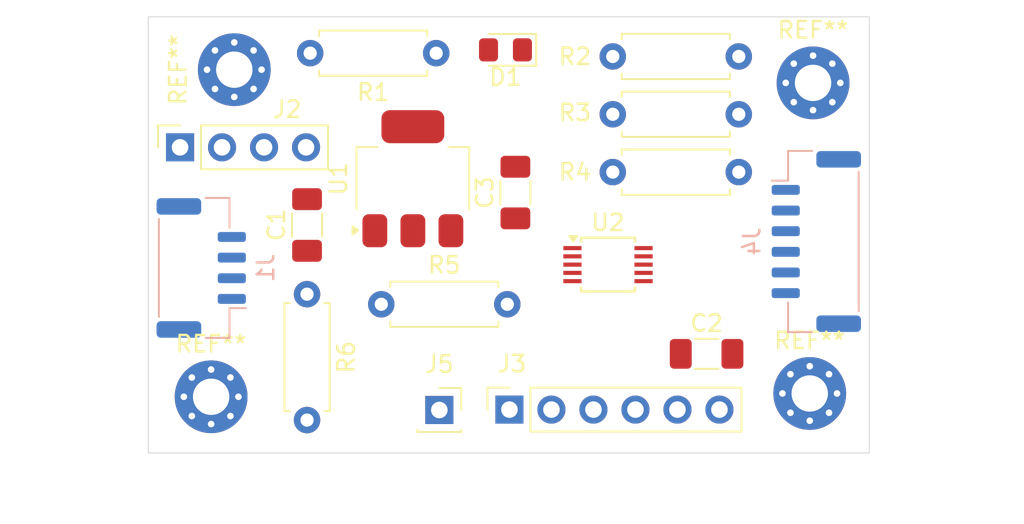
<source format=kicad_pcb>
(kicad_pcb (version 20240108) (generator "pcbnew") (generator_version "8.0")
  (layers (0 "F.Cu" signal) (31 "B.Cu" signal) (34 "B.Paste" user) (35 "F.Paste" user) (36 "B.SilkS" user "B.Silkscreen") (37 "F.SilkS" user "F.Silkscreen") (38 "B.Mask" user) (39 "F.Mask" user) (44 "Edge.Cuts" user))
  (net 0 "")
  (net 1 "GND")
  (net 2 "Net-(J1-Pin_2)")
  (net 3 "Net-(J3-Pin_2)")
  (net 4 "Net-(D1-A)")
  (net 5 "Net-(J1-Pin_3)")
  (net 6 "Net-(J1-Pin_4)")
  (net 7 "Net-(J3-Pin_4)")
  (net 8 "Net-(J3-Pin_3)")
  (net 9 "Net-(J3-Pin_6)")
  (net 10 "Net-(J3-Pin_5)")
  (net 11 "Net-(J3-Pin_1)")
  (net 12 "Net-(J5-Pin_1)")
  (net 13 "/only one resistor needed")
  (net 14 "Net-(U1-GND)")
  (footprint "Package_TO_SOT_SMD:SOT-223-3_TabPin2" (layer "F.Cu") (at 120.6 77.4 90)
    (property "Reference" "U1" (at 0 -4.5 -90) (layer "F.SilkS"))
    (property "Value" "AMS1117-3.3")
    (fp_line (start 1.91 -3.41) (end 1.91 -2.15) (stroke (width 0.12)) (layer "F.SilkS"))
    (fp_line (start -1.85 -3.41) (end 1.91 -3.41) (stroke (width 0.12)) (layer "F.SilkS"))
    (fp_line (start 1.91 3.41) (end 1.91 2.15) (stroke (width 0.12)) (layer "F.SilkS"))
    (fp_line (start -1.85 3.41) (end 1.91 3.41) (stroke (width 0.12)) (layer "F.SilkS"))
    (fp_poly (pts (xy -3.13 -3.31) (xy -3.37 -3.64) (xy -2.89 -3.64) (xy -3.13 -3.31)) (stroke (width 0.12)) (fill solid) (layer "F.SilkS"))
    (pad "1" smd roundrect (at -3.15 -2.3 90) (size 2 1.5) (layers "F.Cu" "F.Paste" "F.Mask") (net 14 "Net-(U1-GND)"))
    (pad "2" smd roundrect (at -3.15 0 90) (size 2 1.5) (layers "F.Cu" "F.Paste" "F.Mask") (net 3 "Net-(J3-Pin_2)"))
    (pad "2" smd roundrect (at 3.15 0 90) (size 2 3.8) (layers "F.Cu" "F.Paste" "F.Mask") (net 3 "Net-(J3-Pin_2)"))
    (pad "3" smd roundrect (at -3.15 2.3 90) (size 2 1.5) (layers "F.Cu" "F.Paste" "F.Mask") (net 2 "Net-(J1-Pin_2)"))
  )
  (footprint "MountingHole:MountingHole_2.2mm_M2_Pad_Via" (layer "F.Cu") (at 144.8 71.6)
    (property "Reference" "REF**" (at 0 -3.2 0) (layer "F.SilkS"))
    (property "Value" "MountingHole_2.2mm_M2_Pad_Via")
    (pad "1" thru_hole circle (at -1.65 0) (size 0.7 0.7) (drill 0.4) (layers "*.Cu" "*.Mask"))
    (pad "1" thru_hole circle (at -1.166726 -1.166726) (size 0.7 0.7) (drill 0.4) (layers "*.Cu" "*.Mask"))
    (pad "1" thru_hole circle (at -1.166726 1.166726) (size 0.7 0.7) (drill 0.4) (layers "*.Cu" "*.Mask"))
    (pad "1" thru_hole circle (at 0 -1.65) (size 0.7 0.7) (drill 0.4) (layers "*.Cu" "*.Mask"))
    (pad "1" thru_hole circle (at 0 0) (size 4.4 4.4) (drill 2.2) (layers "*.Cu" "*.Mask"))
    (pad "1" thru_hole circle (at 0 1.65) (size 0.7 0.7) (drill 0.4) (layers "*.Cu" "*.Mask"))
    (pad "1" thru_hole circle (at 1.166726 -1.166726) (size 0.7 0.7) (drill 0.4) (layers "*.Cu" "*.Mask"))
    (pad "1" thru_hole circle (at 1.166726 1.166726) (size 0.7 0.7) (drill 0.4) (layers "*.Cu" "*.Mask"))
    (pad "1" thru_hole circle (at 1.65 0) (size 0.7 0.7) (drill 0.4) (layers "*.Cu" "*.Mask"))
  )
  (footprint "Connector_PinSocket_2.54mm:PinSocket_1x01_P2.54mm_Vertical" (layer "F.Cu") (at 122.2 91.4)
    (property "Reference" "J5" (at 0 -2.77 0) (layer "F.SilkS"))
    (property "Value" "Alert_pad")
    (fp_line (start -1.33 1.21) (end -1.33 1.33) (stroke (width 0.12)) (layer "F.SilkS"))
    (fp_line (start -1.33 1.33) (end 1.33 1.33) (stroke (width 0.12)) (layer "F.SilkS"))
    (fp_line (start 0 -1.33) (end 1.33 -1.33) (stroke (width 0.12)) (layer "F.SilkS"))
    (fp_line (start 1.33 -1.33) (end 1.33 0) (stroke (width 0.12)) (layer "F.SilkS"))
    (fp_line (start 1.33 1.21) (end 1.33 1.33) (stroke (width 0.12)) (layer "F.SilkS"))
    (pad "1" thru_hole rect (at 0 0) (size 1.7 1.7) (drill 1) (layers "*.Cu" "*.Mask") (net 12 "Net-(J5-Pin_1)"))
  )
  (footprint "Resistor_THT:R_Axial_DIN0207_L6.3mm_D2.5mm_P7.62mm_Horizontal" (layer "F.Cu") (at 132.69 73.5)
    (property "Reference" "R3" (at -2.29 -0.1 0) (layer "F.SilkS"))
    (property "Value" "10K")
    (fp_line (start 0.54 -1.37) (end 7.08 -1.37) (stroke (width 0.12)) (layer "F.SilkS"))
    (fp_line (start 0.54 -1.04) (end 0.54 -1.37) (stroke (width 0.12)) (layer "F.SilkS"))
    (fp_line (start 0.54 1.04) (end 0.54 1.37) (stroke (width 0.12)) (layer "F.SilkS"))
    (fp_line (start 0.54 1.37) (end 7.08 1.37) (stroke (width 0.12)) (layer "F.SilkS"))
    (fp_line (start 7.08 -1.37) (end 7.08 -1.04) (stroke (width 0.12)) (layer "F.SilkS"))
    (fp_line (start 7.08 1.37) (end 7.08 1.04) (stroke (width 0.12)) (layer "F.SilkS"))
    (pad "1" thru_hole circle (at 0 0) (size 1.6 1.6) (drill 0.8) (layers "*.Cu" "*.Mask") (net 13 "/only one resistor needed"))
    (pad "2" thru_hole oval (at 7.62 0) (size 1.6 1.6) (drill 0.8) (layers "*.Cu" "*.Mask") (net 1 "GND"))
  )
  (footprint "Connector_PinSocket_2.54mm:PinSocket_1x04_P2.54mm_Vertical" (layer "F.Cu") (at 106.52 75.5 90)
    (property "Reference" "J2" (at 2.3 6.48 180) (layer "F.SilkS"))
    (property "Value" "I2C_controller_pads")
    (fp_line (start 1.33 -1.33) (end 1.33 0) (stroke (width 0.12)) (layer "F.SilkS"))
    (fp_line (start 0 -1.33) (end 1.33 -1.33) (stroke (width 0.12)) (layer "F.SilkS"))
    (fp_line (start 1.33 1.27) (end 1.33 8.95) (stroke (width 0.12)) (layer "F.SilkS"))
    (fp_line (start -1.33 1.27) (end 1.33 1.27) (stroke (width 0.12)) (layer "F.SilkS"))
    (fp_line (start -1.33 1.27) (end -1.33 8.95) (stroke (width 0.12)) (layer "F.SilkS"))
    (fp_line (start -1.33 8.95) (end 1.33 8.95) (stroke (width 0.12)) (layer "F.SilkS"))
    (pad "1" thru_hole rect (at 0 0 90) (size 1.7 1.7) (drill 1) (layers "*.Cu" "*.Mask") (net 1 "GND"))
    (pad "2" thru_hole oval (at 0 2.54 90) (size 1.7 1.7) (drill 1) (layers "*.Cu" "*.Mask") (net 2 "Net-(J1-Pin_2)"))
    (pad "3" thru_hole oval (at 0 5.08 90) (size 1.7 1.7) (drill 1) (layers "*.Cu" "*.Mask") (net 5 "Net-(J1-Pin_3)"))
    (pad "4" thru_hole oval (at 0 7.62 90) (size 1.7 1.7) (drill 1) (layers "*.Cu" "*.Mask") (net 6 "Net-(J1-Pin_4)"))
  )
  (footprint "Resistor_THT:R_Axial_DIN0207_L6.3mm_D2.5mm_P7.62mm_Horizontal" (layer "F.Cu") (at 132.69 77)
    (property "Reference" "R4" (at -2.29 0 0) (layer "F.SilkS"))
    (property "Value" "10K")
    (fp_line (start 0.54 -1.37) (end 7.08 -1.37) (stroke (width 0.12)) (layer "F.SilkS"))
    (fp_line (start 0.54 -1.04) (end 0.54 -1.37) (stroke (width 0.12)) (layer "F.SilkS"))
    (fp_line (start 0.54 1.04) (end 0.54 1.37) (stroke (width 0.12)) (layer "F.SilkS"))
    (fp_line (start 0.54 1.37) (end 7.08 1.37) (stroke (width 0.12)) (layer "F.SilkS"))
    (fp_line (start 7.08 -1.37) (end 7.08 -1.04) (stroke (width 0.12)) (layer "F.SilkS"))
    (fp_line (start 7.08 1.37) (end 7.08 1.04) (stroke (width 0.12)) (layer "F.SilkS"))
    (pad "1" thru_hole circle (at 0 0) (size 1.6 1.6) (drill 0.8) (layers "*.Cu" "*.Mask") (net 5 "Net-(J1-Pin_3)"))
    (pad "2" thru_hole oval (at 7.62 0) (size 1.6 1.6) (drill 0.8) (layers "*.Cu" "*.Mask") (net 13 "/only one resistor needed"))
  )
  (footprint "Resistor_THT:R_Axial_DIN0207_L6.3mm_D2.5mm_P7.62mm_Horizontal" (layer "F.Cu") (at 118.69 85)
    (property "Reference" "R5" (at 3.81 -2.37 0) (layer "F.SilkS"))
    (property "Value" "VAR-R")
    (fp_line (start 0.54 -1.37) (end 7.08 -1.37) (stroke (width 0.12)) (layer "F.SilkS"))
    (fp_line (start 0.54 -1.04) (end 0.54 -1.37) (stroke (width 0.12)) (layer "F.SilkS"))
    (fp_line (start 0.54 1.04) (end 0.54 1.37) (stroke (width 0.12)) (layer "F.SilkS"))
    (fp_line (start 0.54 1.37) (end 7.08 1.37) (stroke (width 0.12)) (layer "F.SilkS"))
    (fp_line (start 7.08 -1.37) (end 7.08 -1.04) (stroke (width 0.12)) (layer "F.SilkS"))
    (fp_line (start 7.08 1.37) (end 7.08 1.04) (stroke (width 0.12)) (layer "F.SilkS"))
    (pad "1" thru_hole circle (at 0 0) (size 1.6 1.6) (drill 0.8) (layers "*.Cu" "*.Mask") (net 14 "Net-(U1-GND)"))
    (pad "2" thru_hole oval (at 7.62 0) (size 1.6 1.6) (drill 0.8) (layers "*.Cu" "*.Mask") (net 3 "Net-(J3-Pin_2)"))
  )
  (footprint "Resistor_THT:R_Axial_DIN0207_L6.3mm_D2.5mm_P7.62mm_Horizontal" (layer "F.Cu") (at 114.2 84.39 -90)
    (property "Reference" "R6" (at 3.81 -2.37 90) (layer "F.SilkS"))
    (property "Value" "VAR-R")
    (fp_line (start 0.54 1.37) (end 7.08 1.37) (stroke (width 0.12)) (layer "F.SilkS"))
    (fp_line (start 7.08 1.37) (end 7.08 1.04) (stroke (width 0.12)) (layer "F.SilkS"))
    (fp_line (start 0.54 1.04) (end 0.54 1.37) (stroke (width 0.12)) (layer "F.SilkS"))
    (fp_line (start 0.54 -1.04) (end 0.54 -1.37) (stroke (width 0.12)) (layer "F.SilkS"))
    (fp_line (start 0.54 -1.37) (end 7.08 -1.37) (stroke (width 0.12)) (layer "F.SilkS"))
    (fp_line (start 7.08 -1.37) (end 7.08 -1.04) (stroke (width 0.12)) (layer "F.SilkS"))
    (pad "1" thru_hole circle (at 0 0 270) (size 1.6 1.6) (drill 0.8) (layers "*.Cu" "*.Mask") (net 1 "GND"))
    (pad "2" thru_hole oval (at 7.62 0 270) (size 1.6 1.6) (drill 0.8) (layers "*.Cu" "*.Mask") (net 14 "Net-(U1-GND)"))
  )
  (footprint "MountingHole:MountingHole_2.2mm_M2_Pad_Via" (layer "F.Cu") (at 144.6 90.4)
    (property "Reference" "REF**" (at 0 -3.2 0) (layer "F.SilkS"))
    (property "Value" "MountingHole_2.2mm_M2_Pad_Via")
    (pad "1" thru_hole circle (at -1.65 0) (size 0.7 0.7) (drill 0.4) (layers "*.Cu" "*.Mask"))
    (pad "1" thru_hole circle (at -1.166726 -1.166726) (size 0.7 0.7) (drill 0.4) (layers "*.Cu" "*.Mask"))
    (pad "1" thru_hole circle (at -1.166726 1.166726) (size 0.7 0.7) (drill 0.4) (layers "*.Cu" "*.Mask"))
    (pad "1" thru_hole circle (at 0 -1.65) (size 0.7 0.7) (drill 0.4) (layers "*.Cu" "*.Mask"))
    (pad "1" thru_hole circle (at 0 0) (size 4.4 4.4) (drill 2.2) (layers "*.Cu" "*.Mask"))
    (pad "1" thru_hole circle (at 0 1.65) (size 0.7 0.7) (drill 0.4) (layers "*.Cu" "*.Mask"))
    (pad "1" thru_hole circle (at 1.166726 -1.166726) (size 0.7 0.7) (drill 0.4) (layers "*.Cu" "*.Mask"))
    (pad "1" thru_hole circle (at 1.166726 1.166726) (size 0.7 0.7) (drill 0.4) (layers "*.Cu" "*.Mask"))
    (pad "1" thru_hole circle (at 1.65 0) (size 0.7 0.7) (drill 0.4) (layers "*.Cu" "*.Mask"))
  )
  (footprint "MountingHole:MountingHole_2.2mm_M2_Pad_Via" (layer "F.Cu") (at 109.8 70.8)
    (property "Reference" "REF**" (at -3.4 0 90) (layer "F.SilkS"))
    (property "Value" "MountingHole_2.2mm_M2_Pad_Via")
    (pad "1" thru_hole circle (at -1.65 0) (size 0.7 0.7) (drill 0.4) (layers "*.Cu" "*.Mask"))
    (pad "1" thru_hole circle (at -1.166726 -1.166726) (size 0.7 0.7) (drill 0.4) (layers "*.Cu" "*.Mask"))
    (pad "1" thru_hole circle (at -1.166726 1.166726) (size 0.7 0.7) (drill 0.4) (layers "*.Cu" "*.Mask"))
    (pad "1" thru_hole circle (at 0 -1.65) (size 0.7 0.7) (drill 0.4) (layers "*.Cu" "*.Mask"))
    (pad "1" thru_hole circle (at 0 0) (size 4.4 4.4) (drill 2.2) (layers "*.Cu" "*.Mask"))
    (pad "1" thru_hole circle (at 0 1.65) (size 0.7 0.7) (drill 0.4) (layers "*.Cu" "*.Mask"))
    (pad "1" thru_hole circle (at 1.166726 -1.166726) (size 0.7 0.7) (drill 0.4) (layers "*.Cu" "*.Mask"))
    (pad "1" thru_hole circle (at 1.166726 1.166726) (size 0.7 0.7) (drill 0.4) (layers "*.Cu" "*.Mask"))
    (pad "1" thru_hole circle (at 1.65 0) (size 0.7 0.7) (drill 0.4) (layers "*.Cu" "*.Mask"))
  )
  (footprint "Capacitor_SMD:C_1206_3216Metric_Pad1.33x1.80mm_HandSolder" (layer "F.Cu") (at 126.8 78.2375 90)
    (property "Reference" "C3" (at 0 -1.85 -90) (layer "F.SilkS"))
    (property "Value" "22uF")
    (fp_line (start -0.711252 -0.91) (end 0.711252 -0.91) (stroke (width 0.12)) (layer "F.SilkS"))
    (fp_line (start -0.711252 0.91) (end 0.711252 0.91) (stroke (width 0.12)) (layer "F.SilkS"))
    (pad "1" smd roundrect (at -1.5625 0 90) (size 1.325 1.8) (layers "F.Cu" "F.Paste" "F.Mask") (roundrect_rratio 0.188679) (net 3 "Net-(J3-Pin_2)"))
    (pad "2" smd roundrect (at 1.5625 0 90) (size 1.325 1.8) (layers "F.Cu" "F.Paste" "F.Mask") (roundrect_rratio 0.188679) (net 1 "GND"))
  )
  (footprint "Connector_PinSocket_2.54mm:PinSocket_1x06_P2.54mm_Vertical" (layer "F.Cu") (at 126.44 91.375 90)
    (property "Reference" "J3" (at 2.775 0.16 0) (layer "F.SilkS"))
    (property "Value" "mouse_input_pads")
    (fp_line (start 1.33 -1.33) (end 1.33 0) (stroke (width 0.12)) (layer "F.SilkS"))
    (fp_line (start 0 -1.33) (end 1.33 -1.33) (stroke (width 0.12)) (layer "F.SilkS"))
    (fp_line (start 1.33 1.27) (end 1.33 14.03) (stroke (width 0.12)) (layer "F.SilkS"))
    (fp_line (start -1.33 1.27) (end 1.33 1.27) (stroke (width 0.12)) (layer "F.SilkS"))
    (fp_line (start -1.33 1.27) (end -1.33 14.03) (stroke (width 0.12)) (layer "F.SilkS"))
    (fp_line (start -1.33 14.03) (end 1.33 14.03) (stroke (width 0.12)) (layer "F.SilkS"))
    (pad "1" thru_hole rect (at 0 0 90) (size 1.7 1.7) (drill 1) (layers "*.Cu" "*.Mask") (net 11 "Net-(J3-Pin_1)"))
    (pad "2" thru_hole oval (at 0 2.54 90) (size 1.7 1.7) (drill 1) (layers "*.Cu" "*.Mask") (net 3 "Net-(J3-Pin_2)"))
    (pad "3" thru_hole oval (at 0 5.08 90) (size 1.7 1.7) (drill 1) (layers "*.Cu" "*.Mask") (net 8 "Net-(J3-Pin_3)"))
    (pad "4" thru_hole oval (at 0 7.62 90) (size 1.7 1.7) (drill 1) (layers "*.Cu" "*.Mask") (net 7 "Net-(J3-Pin_4)"))
    (pad "5" thru_hole oval (at 0 10.16 90) (size 1.7 1.7) (drill 1) (layers "*.Cu" "*.Mask") (net 10 "Net-(J3-Pin_5)"))
    (pad "6" thru_hole oval (at 0 12.7 90) (size 1.7 1.7) (drill 1) (layers "*.Cu" "*.Mask") (net 9 "Net-(J3-Pin_6)"))
  )
  (footprint "Resistor_THT:R_Axial_DIN0207_L6.3mm_D2.5mm_P7.62mm_Horizontal" (layer "F.Cu") (at 132.69 70)
    (property "Reference" "R2" (at -2.29 0 0) (layer "F.SilkS"))
    (property "Value" "10K")
    (fp_line (start 0.54 -1.37) (end 7.08 -1.37) (stroke (width 0.12)) (layer "F.SilkS"))
    (fp_line (start 0.54 -1.04) (end 0.54 -1.37) (stroke (width 0.12)) (layer "F.SilkS"))
    (fp_line (start 0.54 1.04) (end 0.54 1.37) (stroke (width 0.12)) (layer "F.SilkS"))
    (fp_line (start 0.54 1.37) (end 7.08 1.37) (stroke (width 0.12)) (layer "F.SilkS"))
    (fp_line (start 7.08 -1.37) (end 7.08 -1.04) (stroke (width 0.12)) (layer "F.SilkS"))
    (fp_line (start 7.08 1.37) (end 7.08 1.04) (stroke (width 0.12)) (layer "F.SilkS"))
    (pad "1" thru_hole circle (at 0 0) (size 1.6 1.6) (drill 0.8) (layers "*.Cu" "*.Mask") (net 13 "/only one resistor needed"))
    (pad "2" thru_hole oval (at 7.62 0) (size 1.6 1.6) (drill 0.8) (layers "*.Cu" "*.Mask") (net 3 "Net-(J3-Pin_2)"))
  )
  (footprint "MountingHole:MountingHole_2.2mm_M2_Pad_Via" (layer "F.Cu") (at 108.4 90.6)
    (property "Reference" "REF**" (at 0 -3.2 0) (layer "F.SilkS"))
    (property "Value" "MountingHole_2.2mm_M2_Pad_Via")
    (pad "1" thru_hole circle (at -1.65 0) (size 0.7 0.7) (drill 0.4) (layers "*.Cu" "*.Mask"))
    (pad "1" thru_hole circle (at -1.166726 -1.166726) (size 0.7 0.7) (drill 0.4) (layers "*.Cu" "*.Mask"))
    (pad "1" thru_hole circle (at -1.166726 1.166726) (size 0.7 0.7) (drill 0.4) (layers "*.Cu" "*.Mask"))
    (pad "1" thru_hole circle (at 0 -1.65) (size 0.7 0.7) (drill 0.4) (layers "*.Cu" "*.Mask"))
    (pad "1" thru_hole circle (at 0 0) (size 4.4 4.4) (drill 2.2) (layers "*.Cu" "*.Mask"))
    (pad "1" thru_hole circle (at 0 1.65) (size 0.7 0.7) (drill 0.4) (layers "*.Cu" "*.Mask"))
    (pad "1" thru_hole circle (at 1.166726 -1.166726) (size 0.7 0.7) (drill 0.4) (layers "*.Cu" "*.Mask"))
    (pad "1" thru_hole circle (at 1.166726 1.166726) (size 0.7 0.7) (drill 0.4) (layers "*.Cu" "*.Mask"))
    (pad "1" thru_hole circle (at 1.65 0) (size 0.7 0.7) (drill 0.4) (layers "*.Cu" "*.Mask"))
  )
  (footprint "LED_SMD:LED_0805_2012Metric_Pad1.15x1.40mm_HandSolder" (layer "F.Cu") (at 126.2 69.6 180)
    (property "Reference" "D1" (at 0 -1.65 180) (layer "F.SilkS"))
    (property "Value" "LED")
    (fp_line (start 1 -0.96) (end -1.86 -0.96) (stroke (width 0.12)) (layer "F.SilkS"))
    (fp_line (start -1.86 0.96) (end 1 0.96) (stroke (width 0.12)) (layer "F.SilkS"))
    (fp_line (start -1.86 -0.96) (end -1.86 0.96) (stroke (width 0.12)) (layer "F.SilkS"))
    (pad "1" smd roundrect (at -1.025 0 180) (size 1.15 1.4) (layers "F.Cu" "F.Paste" "F.Mask") (roundrect_rratio 0.217391) (net 1 "GND"))
    (pad "2" smd roundrect (at 1.025 0 180) (size 1.15 1.4) (layers "F.Cu" "F.Paste" "F.Mask") (roundrect_rratio 0.217391) (net 4 "Net-(D1-A)"))
  )
  (footprint "Package_SO:TSSOP-10_3x3mm_P0.5mm" (layer "F.Cu") (at 132.4 82.6)
    (property "Reference" "U2" (at 0 -2.55 0) (layer "F.SilkS"))
    (property "Value" "ADS1115IDGS")
    (fp_line (start -1.625 -1.625) (end -1.625 -1.4) (stroke (width 0.15)) (layer "F.SilkS"))
    (fp_line (start -1.625 -1.625) (end 1.625 -1.625) (stroke (width 0.15)) (layer "F.SilkS"))
    (fp_line (start -1.625 1.625) (end -1.625 1.4) (stroke (width 0.15)) (layer "F.SilkS"))
    (fp_line (start -1.625 1.625) (end 1.625 1.625) (stroke (width 0.15)) (layer "F.SilkS"))
    (fp_line (start 1.625 -1.625) (end 1.625 -1.4) (stroke (width 0.15)) (layer "F.SilkS"))
    (fp_line (start 1.625 1.625) (end 1.625 1.4) (stroke (width 0.15)) (layer "F.SilkS"))
    (fp_poly (pts (xy -2.1 -1.4) (xy -2.34 -1.73) (xy -1.86 -1.73) (xy -2.1 -1.4)) (stroke (width 0.12)) (fill solid) (layer "F.SilkS"))
    (pad "1" smd rect (at -2.15 -1) (size 1.1 0.25) (layers "F.Cu" "F.Paste" "F.Mask") (net 13 "/only one resistor needed"))
    (pad "2" smd rect (at -2.15 -0.5) (size 1.1 0.25) (layers "F.Cu" "F.Paste" "F.Mask") (net 12 "Net-(J5-Pin_1)"))
    (pad "3" smd rect (at -2.15 0) (size 1.1 0.25) (layers "F.Cu" "F.Paste" "F.Mask") (net 1 "GND"))
    (pad "4" smd rect (at -2.15 0.5) (size 1.1 0.25) (layers "F.Cu" "F.Paste" "F.Mask") (net 7 "Net-(J3-Pin_4)"))
    (pad "5" smd rect (at -2.15 1) (size 1.1 0.25) (layers "F.Cu" "F.Paste" "F.Mask") (net 8 "Net-(J3-Pin_3)"))
    (pad "6" smd rect (at 2.15 1) (size 1.1 0.25) (layers "F.Cu" "F.Paste" "F.Mask") (net 9 "Net-(J3-Pin_6)"))
    (pad "7" smd rect (at 2.15 0.5) (size 1.1 0.25) (layers "F.Cu" "F.Paste" "F.Mask") (net 10 "Net-(J3-Pin_5)"))
    (pad "8" smd rect (at 2.15 0) (size 1.1 0.25) (layers "F.Cu" "F.Paste" "F.Mask") (net 3 "Net-(J3-Pin_2)"))
    (pad "9" smd rect (at 2.15 -0.5) (size 1.1 0.25) (layers "F.Cu" "F.Paste" "F.Mask") (net 6 "Net-(J1-Pin_4)"))
    (pad "10" smd rect (at 2.15 -1) (size 1.1 0.25) (layers "F.Cu" "F.Paste" "F.Mask") (net 5 "Net-(J1-Pin_3)"))
  )
  (footprint "Capacitor_SMD:C_1206_3216Metric_Pad1.33x1.80mm_HandSolder" (layer "F.Cu") (at 114.2 80.2 90)
    (property "Reference" "C1" (at 0 -1.85 -90) (layer "F.SilkS"))
    (property "Value" "22uF")
    (fp_line (start -0.711252 -0.91) (end 0.711252 -0.91) (stroke (width 0.12)) (layer "F.SilkS"))
    (fp_line (start -0.711252 0.91) (end 0.711252 0.91) (stroke (width 0.12)) (layer "F.SilkS"))
    (pad "1" smd roundrect (at -1.5625 0 90) (size 1.325 1.8) (layers "F.Cu" "F.Paste" "F.Mask") (roundrect_rratio 0.188679) (net 1 "GND"))
    (pad "2" smd roundrect (at 1.5625 0 90) (size 1.325 1.8) (layers "F.Cu" "F.Paste" "F.Mask") (roundrect_rratio 0.188679) (net 2 "Net-(J1-Pin_2)"))
  )
  (footprint "Resistor_THT:R_Axial_DIN0207_L6.3mm_D2.5mm_P7.62mm_Horizontal" (layer "F.Cu") (at 122.01 69.8 180)
    (property "Reference" "R1" (at 3.81 -2.37 180) (layer "F.SilkS"))
    (property "Value" "R")
    (fp_line (start 7.08 1.37) (end 7.08 1.04) (stroke (width 0.12)) (layer "F.SilkS"))
    (fp_line (start 7.08 -1.37) (end 7.08 -1.04) (stroke (width 0.12)) (layer "F.SilkS"))
    (fp_line (start 0.54 1.37) (end 7.08 1.37) (stroke (width 0.12)) (layer "F.SilkS"))
    (fp_line (start 0.54 1.04) (end 0.54 1.37) (stroke (width 0.12)) (layer "F.SilkS"))
    (fp_line (start 0.54 -1.04) (end 0.54 -1.37) (stroke (width 0.12)) (layer "F.SilkS"))
    (fp_line (start 0.54 -1.37) (end 7.08 -1.37) (stroke (width 0.12)) (layer "F.SilkS"))
    (pad "1" thru_hole circle (at 0 0 180) (size 1.6 1.6) (drill 0.8) (layers "*.Cu" "*.Mask") (net 4 "Net-(D1-A)"))
    (pad "2" thru_hole oval (at 7.62 0 180) (size 1.6 1.6) (drill 0.8) (layers "*.Cu" "*.Mask") (net 3 "Net-(J3-Pin_2)"))
  )
  (footprint "Capacitor_SMD:C_1206_3216Metric_Pad1.33x1.80mm_HandSolder" (layer "F.Cu") (at 138.3625 88)
    (property "Reference" "C2" (at 0 -1.85 360) (layer "F.SilkS"))
    (property "Value" "22uF")
    (fp_line (start -0.711252 -0.91) (end 0.711252 -0.91) (stroke (width 0.12)) (layer "F.SilkS"))
    (fp_line (start -0.711252 0.91) (end 0.711252 0.91) (stroke (width 0.12)) (layer "F.SilkS"))
    (pad "1" smd roundrect (at -1.5625 0) (size 1.325 1.8) (layers "F.Cu" "F.Paste" "F.Mask") (roundrect_rratio 0.188679) (net 1 "GND"))
    (pad "2" smd roundrect (at 1.5625 0) (size 1.325 1.8) (layers "F.Cu" "F.Paste" "F.Mask") (roundrect_rratio 0.188679) (net 3 "Net-(J3-Pin_2)"))
  )
  (footprint "Connector_JST:JST_GH_SM06B-GHS-TB_1x06-1MP_P1.25mm_Horizontal" (layer "B.Cu") (at 145 81.2 -90)
    (property "Reference" "J4" (at 0 3.9 90) (layer "B.SilkS") (effects (justify mirror)))
    (property "Value" "mouse_input_JST")
    (fp_line (start -3.685 2.7) (end -3.685 1.71) (stroke (width 0.12)) (layer "B.SilkS"))
    (fp_line (start -5.485 1.71) (end -5.485 0.26) (stroke (width 0.12)) (layer "B.SilkS"))
    (fp_line (start -3.685 1.71) (end -5.485 1.71) (stroke (width 0.12)) (layer "B.SilkS"))
    (fp_line (start 3.685 1.71) (end 5.485 1.71) (stroke (width 0.12)) (layer "B.SilkS"))
    (fp_line (start 5.485 1.71) (end 5.485 0.26) (stroke (width 0.12)) (layer "B.SilkS"))
    (fp_line (start 4.215 -2.56) (end -4.215 -2.56) (stroke (width 0.12)) (layer "B.SilkS"))
    (pad "1" smd roundrect (at -3.125 1.85 270) (size 0.6 1.7) (layers "B.Cu" "B.Paste" "B.Mask") (net 11 "Net-(J3-Pin_1)"))
    (pad "2" smd roundrect (at -1.875 1.85 270) (size 0.6 1.7) (layers "B.Cu" "B.Paste" "B.Mask") (net 3 "Net-(J3-Pin_2)"))
    (pad "3" smd roundrect (at -0.625 1.85 270) (size 0.6 1.7) (layers "B.Cu" "B.Paste" "B.Mask") (net 8 "Net-(J3-Pin_3)"))
    (pad "4" smd roundrect (at 0.625 1.85 270) (size 0.6 1.7) (layers "B.Cu" "B.Paste" "B.Mask") (net 7 "Net-(J3-Pin_4)"))
    (pad "5" smd roundrect (at 1.875 1.85 270) (size 0.6 1.7) (layers "B.Cu" "B.Paste" "B.Mask") (net 10 "Net-(J3-Pin_5)"))
    (pad "6" smd roundrect (at 3.125 1.85 270) (size 0.6 1.7) (layers "B.Cu" "B.Paste" "B.Mask") (net 9 "Net-(J3-Pin_6)"))
    (pad "MP" smd roundrect (at -4.975 -1.35 270) (size 1 2.7) (layers "B.Cu" "B.Paste" "B.Mask"))
    (pad "MP" smd roundrect (at 4.975 -1.35 270) (size 1 2.7) (layers "B.Cu" "B.Paste" "B.Mask"))
  )
  (footprint "Connector_JST:JST_GH_SM04B-GHS-TB_1x04-1MP_P1.25mm_Horizontal" (layer "B.Cu") (at 107.8 82.8 90)
    (property "Reference" "J1" (at 0 3.9 -90) (layer "B.SilkS") (effects (justify mirror)))
    (property "Value" "I2C_controller_JST")
    (fp_line (start 2.965 -2.56) (end -2.965 -2.56) (stroke (width 0.12)) (layer "B.SilkS"))
    (fp_line (start 4.235 1.71) (end 4.235 0.26) (stroke (width 0.12)) (layer "B.SilkS"))
    (fp_line (start 2.435 1.71) (end 4.235 1.71) (stroke (width 0.12)) (layer "B.SilkS"))
    (fp_line (start -2.435 1.71) (end -4.235 1.71) (stroke (width 0.12)) (layer "B.SilkS"))
    (fp_line (start -4.235 1.71) (end -4.235 0.26) (stroke (width 0.12)) (layer "B.SilkS"))
    (fp_line (start -2.435 2.7) (end -2.435 1.71) (stroke (width 0.12)) (layer "B.SilkS"))
    (pad "1" smd roundrect (at -1.875 1.85 90) (size 0.6 1.7) (layers "B.Cu" "B.Paste" "B.Mask") (net 1 "GND"))
    (pad "2" smd roundrect (at -0.625 1.85 90) (size 0.6 1.7) (layers "B.Cu" "B.Paste" "B.Mask") (net 2 "Net-(J1-Pin_2)"))
    (pad "3" smd roundrect (at 0.625 1.85 90) (size 0.6 1.7) (layers "B.Cu" "B.Paste" "B.Mask") (net 5 "Net-(J1-Pin_3)"))
    (pad "4" smd roundrect (at 1.875 1.85 90) (size 0.6 1.7) (layers "B.Cu" "B.Paste" "B.Mask") (net 6 "Net-(J1-Pin_4)"))
    (pad "MP" smd roundrect (at -3.725 -1.35 90) (size 1 2.7) (layers "B.Cu" "B.Paste" "B.Mask"))
    (pad "MP" smd roundrect (at 3.725 -1.35 90) (size 1 2.7) (layers "B.Cu" "B.Paste" "B.Mask"))
  )
  (gr_rect (start 104.6 67.6) (end 148.2 94) (stroke (width 0.05)) (fill none) (layer "Edge.Cuts"))
)
</source>
